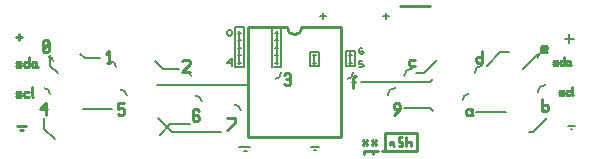
<source format=gbr>
G04 start of page 7 for group -4079 idx -4079 *
G04 Title: (unknown), topsilk *
G04 Creator: pcb 20100929 *
G04 CreationDate: Fri Apr 25 13:48:38 2014 UTC *
G04 For: xpi *
G04 Format: Gerber/RS-274X *
G04 PCB-Dimensions: 200000 50000 *
G04 PCB-Coordinate-Origin: lower left *
%MOIN*%
%FSLAX25Y25*%
%LNFRONTSILK*%
%ADD14C,0.0070*%
%ADD32C,0.0100*%
G54D32*X7500Y10500D02*X10500D01*
X8500Y9000D02*X9500D01*
X8000Y39000D02*Y41000D01*
X7000Y40000D02*X9000D01*
X145000Y50500D02*X135000D01*
G54D14*X129500Y47000D02*X131500D01*
X130500Y46000D02*Y48000D01*
X108500Y47000D02*X110500D01*
X109500Y46000D02*Y48000D01*
X122500Y34500D02*X123000Y35000D01*
X120000Y35500D02*X117000D01*
X122500Y36500D02*X122000D01*
X121500Y36000D01*
Y35000D01*
X122000Y34500D01*
X122500Y35500D02*X122000D01*
Y34500D02*X122500D01*
Y32000D02*X121500D01*
X120000Y30500D02*Y35500D01*
X117000D02*Y30500D01*
X120000D01*
X121500Y32000D02*Y31000D01*
X118000Y30500D02*X119500D01*
X121500Y31000D02*X122500D01*
X123000Y30500D01*
X122500Y30000D01*
X121500D01*
X123000Y35000D02*X122500Y35500D01*
X190000Y39500D02*X193000D01*
X191500Y38000D02*Y41000D01*
X171500Y35000D02*X168500D01*
X191000Y10500D02*X193500D01*
X192000Y9500D02*X192500D01*
X181000Y34500D02*X176000Y29500D01*
X179500Y8500D02*X184000Y13000D01*
X143000Y28000D02*X147500Y32500D01*
X168500Y35000D02*X164000Y30500D01*
X140500Y28000D02*X143000D01*
X136500Y16500D02*X145000D01*
X146000Y15500D01*
X122000Y25000D02*X145000D01*
X146000Y26000D01*
X178000Y8500D02*X179500D01*
X160500Y15000D02*X170500D01*
X81000Y41500D02*X82000D01*
X81000Y39000D02*X82000D01*
X81000Y36500D02*X82000D01*
X81500Y31000D02*Y42000D01*
X83000Y30000D02*Y43500D01*
X81500Y3500D02*X85000D01*
X83000Y2000D02*X84000D01*
X106500Y30500D02*Y34500D01*
X106000Y34000D02*X107000D01*
X106000Y31500D02*X107000D01*
X118000Y34000D02*X119000D01*
X118000Y31500D02*X119000D01*
X118500Y30500D02*Y35500D01*
X81000Y34000D02*X82000D01*
X81000Y31500D02*X82000D01*
X80000Y30000D02*X83000D01*
X78000Y40500D02*X78500D01*
X79000Y41000D01*
Y42000D01*
X78500Y42500D01*
X78000D01*
X77500Y42000D01*
Y41000D01*
X83000Y43500D02*X80000D01*
X77500Y41000D02*X78000Y40500D01*
X79000Y33000D02*X77500Y31500D01*
X79000D01*
Y33000D01*
Y30500D01*
X80000Y43500D02*Y30000D01*
X94000Y31000D02*Y42000D01*
X93500Y41500D02*X94500D01*
X93500Y39000D02*X94500D01*
X93500Y36500D02*X94500D01*
X93500Y34000D02*X94500D01*
X93500Y31500D02*X94500D01*
X93000Y30000D02*X95500D01*
Y43000D01*
X92500Y30000D02*Y43000D01*
X105500Y3500D02*X108000D01*
X106500Y2500D02*X107000D01*
X105000Y30500D02*X108000D01*
Y35000D01*
X105000D01*
Y30500D01*
X75500Y8500D02*X59000D01*
X54500Y13000D01*
X65000Y11000D02*X58500D01*
X55000Y7500D01*
X39000Y16000D02*X29500D01*
X16500Y13000D02*Y9500D01*
X20000Y6000D01*
X54000Y24000D02*X84000D01*
X61500Y29500D02*X56000D01*
X53500Y32000D01*
X35000Y33000D02*X30000D01*
X28500Y34500D01*
X18500Y34000D02*Y30500D01*
X21000Y28000D01*
X65500Y27000D02*G75*G03X64000Y28500I-1500J0D01*G01*
X69000Y18500D02*G75*G03X67000Y20500I-2000J0D01*G01*
X82000Y15500D02*G75*G03X80000Y17500I-2000J0D01*G01*
X19500Y32000D02*G75*G03X18000Y33500I-1500J0D01*G01*
X40500Y30000D02*G75*G03X38500Y32000I-2000J0D01*G01*
X18500Y21000D02*G75*G03X16500Y23000I-2000J0D01*G01*
X44000Y20500D02*G75*G03X42000Y22500I-2000J0D01*G01*
X93500Y26000D02*G75*G03X95500Y28000I0J2000D01*G01*
X117500Y26000D02*G75*G03X119500Y28000I0J2000D01*G01*
X136500Y27000D02*G75*G02X139000Y29500I2500J0D01*G01*
X131000Y20500D02*G75*G02X133500Y23000I2500J0D01*G01*
X160000Y28000D02*G75*G02X162500Y30500I2500J0D01*G01*
X181000Y33000D02*G75*G02X183000Y35000I2000J0D01*G01*
X181000Y21500D02*G75*G02X183500Y24000I2500J0D01*G01*
X156000Y19000D02*G75*G02X158000Y21000I2000J0D01*G01*
G54D32*X138500Y32500D02*X140000D01*
X138000Y32000D02*X138500Y32500D01*
X138000Y32000D02*Y31000D01*
X138500Y30500D01*
X140000D01*
X186335Y30650D02*X187340D01*
X187675Y30985D01*
X187340Y31320D02*X187675Y30985D01*
X186335Y31320D02*X187340D01*
X186000Y31655D02*X186335Y31320D01*
X186000Y31655D02*X186335Y31990D01*
X187340D01*
X187675Y31655D01*
X186000Y30985D02*X186335Y30650D01*
X189819Y33330D02*Y30650D01*
X189484D02*X189819Y30985D01*
X188814Y30650D02*X189484D01*
X188479Y30985D02*X188814Y30650D01*
X188479Y31655D02*Y30985D01*
Y31655D02*X188814Y31990D01*
X189484D01*
X189819Y31655D01*
X191629Y31990D02*X191964Y31655D01*
X190959Y31990D02*X191629D01*
X190624Y31655D02*X190959Y31990D01*
X190624Y31655D02*Y30985D01*
X190959Y30650D01*
X191964Y31990D02*Y30985D01*
X192299Y30650D01*
X190959D02*X191629D01*
X191964Y30985D01*
X162500Y35500D02*Y31500D01*
X162000D02*X162500Y32000D01*
X161000Y31500D02*X162000D01*
X160500Y32000D02*X161000Y31500D01*
X160500Y33000D02*Y32000D01*
Y33000D02*X161000Y33500D01*
X162000D01*
X162500Y33000D01*
X182555Y34950D02*X184220D01*
X182000Y35505D02*X182555Y34950D01*
X182000Y36615D02*Y35505D01*
Y36615D02*X182555Y37170D01*
X183665D01*
X184220Y36615D01*
X182000Y36060D02*X184220D01*
Y36615D02*Y36060D01*
X7390Y30100D02*X8560D01*
X8950Y30490D01*
X8560Y30880D02*X8950Y30490D01*
X7390Y30880D02*X8560D01*
X7000Y31270D02*X7390Y30880D01*
X7000Y31270D02*X7390Y31660D01*
X8560D01*
X8950Y31270D01*
X7000Y30490D02*X7390Y30100D01*
X11446Y33220D02*Y30100D01*
X11056D02*X11446Y30490D01*
X10276Y30100D02*X11056D01*
X9886Y30490D02*X10276Y30100D01*
X9886Y31270D02*Y30490D01*
Y31270D02*X10276Y31660D01*
X11056D01*
X11446Y31270D01*
X13553Y31660D02*X13943Y31270D01*
X12773Y31660D02*X13553D01*
X12383Y31270D02*X12773Y31660D01*
X12383Y31270D02*Y30490D01*
X12773Y30100D01*
X13943Y31660D02*Y30490D01*
X14333Y30100D01*
X12773D02*X13553D01*
X13943Y30490D01*
X7390Y20100D02*X8560D01*
X8950Y20490D01*
X8560Y20880D02*X8950Y20490D01*
X7390Y20880D02*X8560D01*
X7000Y21270D02*X7390Y20880D01*
X7000Y21270D02*X7390Y21660D01*
X8560D01*
X8950Y21270D01*
X7000Y20490D02*X7390Y20100D01*
X10276Y21660D02*X11446D01*
X9886Y21270D02*X10276Y21660D01*
X9886Y21270D02*Y20490D01*
X10276Y20100D01*
X11446D01*
X12383Y23220D02*Y20490D01*
X12773Y20100D01*
X16000Y35500D02*X16500Y35000D01*
X16000Y38500D02*Y35500D01*
Y38500D02*X16500Y39000D01*
X17500D01*
X18000Y38500D01*
Y35500D01*
X17500Y35000D02*X18000Y35500D01*
X16500Y35000D02*X17500D01*
X16000Y36000D02*X18000Y38000D01*
X37500Y31500D02*X38500D01*
X38000Y35500D02*Y31500D01*
X37000Y34500D02*X38000Y35500D01*
X62500Y32000D02*X63000Y32500D01*
X64500D01*
X65000Y32000D01*
Y31000D01*
X62500Y28500D02*X65000Y31000D01*
X62500Y28500D02*X65000D01*
X15000Y16000D02*X17000Y18000D01*
X15000Y16000D02*X17500D01*
X17000Y18000D02*Y14000D01*
X41000Y18000D02*X43000D01*
X41000D02*Y16000D01*
X41500Y16500D01*
X42500D01*
X43000Y16000D01*
Y14500D01*
X42500Y14000D02*X43000Y14500D01*
X41500Y14000D02*X42500D01*
X41000Y14500D02*X41500Y14000D01*
X67500Y16000D02*X68000Y15500D01*
X66500Y16000D02*X67500D01*
X66000Y15500D02*X66500Y16000D01*
X66000Y15500D02*Y12500D01*
X66500Y12000D01*
X67500Y14000D02*X68000Y13500D01*
X66000Y14000D02*X67500D01*
X66500Y12000D02*X67500D01*
X68000Y12500D01*
Y13500D02*Y12500D01*
X133000Y14000D02*X135000Y16000D01*
Y17500D02*Y16000D01*
X134500Y18000D02*X135000Y17500D01*
X133500Y18000D02*X134500D01*
X133000Y17500D02*X133500Y18000D01*
X133000Y17500D02*Y16500D01*
X133500Y16000D01*
X135000D01*
X158500D02*X159000Y15500D01*
X157500Y16000D02*X158500D01*
X157000Y15500D02*X157500Y16000D01*
X157000Y15500D02*Y14500D01*
X157500Y14000D01*
X159000Y16000D02*Y14500D01*
X159500Y14000D01*
X157500D02*X158500D01*
X159000Y14500D01*
X182500Y19500D02*Y15500D01*
Y16000D02*X183000Y15500D01*
X184000D01*
X184500Y16000D01*
Y17000D02*Y16000D01*
X184000Y17500D02*X184500Y17000D01*
X183000Y17500D02*X184000D01*
X182500Y17000D02*X183000Y17500D01*
X188335Y20650D02*X189340D01*
X189675Y20985D01*
X189340Y21320D02*X189675Y20985D01*
X188335Y21320D02*X189340D01*
X188000Y21655D02*X188335Y21320D01*
X188000Y21655D02*X188335Y21990D01*
X189340D01*
X189675Y21655D01*
X188000Y20985D02*X188335Y20650D01*
X190814Y21990D02*X191819D01*
X190479Y21655D02*X190814Y21990D01*
X190479Y21655D02*Y20985D01*
X190814Y20650D01*
X191819D01*
X192624Y23330D02*Y20985D01*
X192959Y20650D01*
X77500Y9000D02*X80000Y11500D01*
Y13000D02*Y11500D01*
X77500Y13000D02*X80000D01*
X96500Y27500D02*X97000Y28000D01*
X98000D01*
X98500Y27500D01*
Y24500D01*
X98000Y24000D02*X98500Y24500D01*
X97000Y24000D02*X98000D01*
X96500Y24500D02*X97000Y24000D01*
Y26000D02*X98500D01*
X119500Y26500D02*Y23000D01*
Y26500D02*X120000Y27000D01*
X120500D01*
X119000Y25000D02*X120000D01*
X84434Y43283D02*Y6717D01*
X115566D01*
Y43283D02*Y6717D01*
X84434Y43283D02*X97500D01*
X102500D02*X115566D01*
X97500D02*G75*G03X102500Y43283I2500J0D01*G01*
X140805Y8103D02*Y2103D01*
X126305Y1103D02*Y2103D01*
X138805Y5103D02*Y3603D01*
X122805Y5603D02*X124305Y4103D01*
X132805D02*X133305Y3603D01*
X135805Y6603D02*X134805D01*
Y5103D01*
X125805Y5603D02*X127305Y4103D01*
X140805Y2103D02*X129305D01*
X124305Y5603D02*X122805Y4103D01*
X137805Y5103D02*X138805D01*
X134805D02*X135805D01*
X130305Y8103D02*X140805D01*
X131805Y4103D02*Y5103D01*
X132805D01*
X123305Y2103D02*X127805D01*
X123305D02*Y1103D01*
X132805Y5103D02*Y4103D01*
X130305Y2603D02*Y8103D01*
X135805Y3603D02*X134805D01*
X135805Y5103D02*Y3603D01*
X127305Y5603D02*X125805Y4103D01*
X137305Y6603D02*Y3603D01*
M02*

</source>
